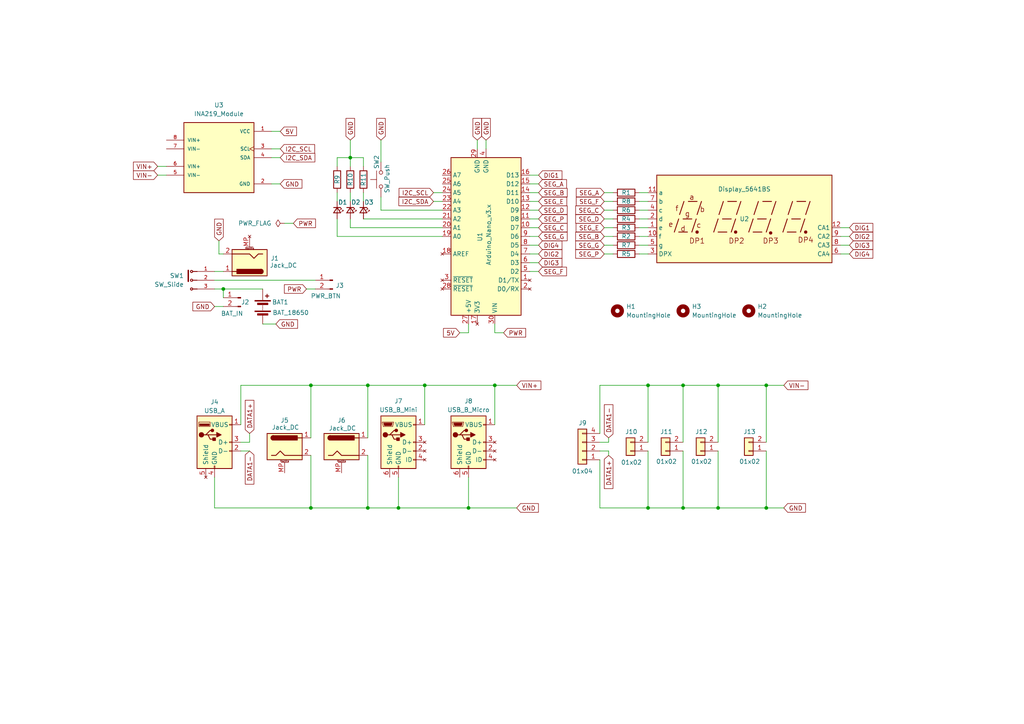
<source format=kicad_sch>
(kicad_sch (version 20250114) (generator "eeschema") (generator_version "9.0")
  (paper "A4")
  (lib_symbols
    (symbol "Barrel_Jack_MountingPin_1" (pin_names (hide yes))
      (property "Reference" "J1" (at -6.35 -1.6257 0))
      (property "Value" "Jack_DC" (at -6.35 0.9143 0))
      (symbol "Barrel_Jack_MountingPin_1_0_1"
        (rectangle (start -5.08 3.81) (end 5.08 -3.81) (stroke (width 0.254)) (fill (type background)))
        (polyline (pts (xy -3.81 -2.54) (xy -2.54 -2.54) (xy -1.27 -1.27) (xy 0 -2.54) (xy 2.54 -2.54) (xy 5.08 -2.54)) (stroke (width 0.254)))
        (arc (start -3.302 1.905) (mid -3.9343 2.54) (end -3.302 3.175) (stroke (width 0.254)))
        (arc (start -3.302 1.905) (mid -3.9343 2.54) (end -3.302 3.175) (stroke (width 0.254)) (fill (type outline)))
        (rectangle (start 3.683 3.175) (end -3.302 1.905) (stroke (width 0.254)) (fill (type outline)))
        (polyline (pts (xy 5.08 2.54) (xy 3.81 2.54)) (stroke (width 0.254)))
      )
      (symbol "Barrel_Jack_MountingPin_1_1_1"
        (polyline (pts (xy -1.016 -4.572) (xy 1.016 -4.572)) (stroke (width 0.1524)))
        (text "Mounting" (at 0 -4.191 0) (effects (font (size 0.381 0.381))))
        (pin no_connect line (at 0 -7.62 90) (length 3.048) (name "MountPin") (number "MP"))
        (pin passive line (at 7.62 2.54 180) (length 2.54) (name "~") (number "1"))
        (pin passive line (at 7.62 -2.54 180) (length 2.54) (name "~") (number "2"))
      )
    )
    (symbol "Barrel_Jack_MountingPin_2" (pin_names (hide yes))
      (property "Reference" "J4" (at 0 8.89 0))
      (property "Value" "Jack_DC" (at 0.254 6.096 0))
      (symbol "Barrel_Jack_MountingPin_2_0_1"
        (rectangle (start -5.08 3.81) (end 5.08 -3.81) (stroke (width 0.254)) (fill (type background)))
        (polyline (pts (xy -3.81 -2.54) (xy -2.54 -2.54) (xy -1.27 -1.27) (xy 0 -2.54) (xy 2.54 -2.54) (xy 5.08 -2.54)) (stroke (width 0.254)))
        (arc (start -3.302 1.905) (mid -3.9343 2.54) (end -3.302 3.175) (stroke (width 0.254)))
        (arc (start -3.302 1.905) (mid -3.9343 2.54) (end -3.302 3.175) (stroke (width 0.254)) (fill (type outline)))
        (rectangle (start 3.683 3.175) (end -3.302 1.905) (stroke (width 0.254)) (fill (type outline)))
        (polyline (pts (xy 5.08 2.54) (xy 3.81 2.54)) (stroke (width 0.254)))
      )
      (symbol "Barrel_Jack_MountingPin_2_1_1"
        (polyline (pts (xy -1.016 -4.572) (xy 1.016 -4.572)) (stroke (width 0.1524)))
        (text "Mounting" (at 0 -4.191 0) (effects (font (size 0.381 0.381))))
        (pin free line (at 0 -7.62 90) (length 3.048) (name "MountPin") (number "MP"))
        (pin power_out line (at 7.62 2.54 180) (length 2.54) (name "~") (number "1"))
        (pin passive line (at 7.62 -2.54 180) (length 2.54) (name "~") (number "2"))
      )
    )
    (symbol "Connector:Barrel_Jack_MountingPin" (pin_names (hide yes))
      (property "Reference" "J5" (at 0 8.89 0))
      (property "Value" "Jack_DC" (at 0.254 5.842 0))
      (symbol "Barrel_Jack_MountingPin_0_1"
        (rectangle (start -5.08 3.81) (end 5.08 -3.81) (stroke (width 0.254)) (fill (type background)))
        (polyline (pts (xy -3.81 -2.54) (xy -2.54 -2.54) (xy -1.27 -1.27) (xy 0 -2.54) (xy 2.54 -2.54) (xy 5.08 -2.54)) (stroke (width 0.254)))
        (arc (start -3.302 1.905) (mid -3.9343 2.54) (end -3.302 3.175) (stroke (width 0.254)))
        (arc (start -3.302 1.905) (mid -3.9343 2.54) (end -3.302 3.175) (stroke (width 0.254)) (fill (type outline)))
        (rectangle (start 3.683 3.175) (end -3.302 1.905) (stroke (width 0.254)) (fill (type outline)))
        (polyline (pts (xy 5.08 2.54) (xy 3.81 2.54)) (stroke (width 0.254)))
      )
      (symbol "Barrel_Jack_MountingPin_1_1"
        (polyline (pts (xy -1.016 -4.572) (xy 1.016 -4.572)) (stroke (width 0.1524)))
        (text "Mounting" (at 0 -4.191 0) (effects (font (size 0.381 0.381))))
        (pin free line (at 0 -7.62 90) (length 3.048) (name "MountPin") (number "MP"))
        (pin power_out line (at 7.62 2.54 180) (length 2.54) (name "~") (number "1"))
        (pin passive line (at 7.62 -2.54 180) (length 2.54) (name "~") (number "2"))
      )
    )
    (symbol "Connector:Conn_01x02_Pin" (pin_names (offset 1.016) (hide yes))
      (property "Reference" "J" (at 0 2.54 0))
      (property "Value" "Conn_01x02_Pin" (at 0 -5.08 0))
      (symbol "Conn_01x02_Pin_1_1"
        (rectangle (start 0.8636 0.127) (end 0 -0.127) (stroke (width 0.1524)) (fill (type outline)))
        (rectangle (start 0.8636 -2.413) (end 0 -2.667) (stroke (width 0.1524)) (fill (type outline)))
        (polyline (pts (xy 1.27 0) (xy 0.8636 0)) (stroke (width 0.1524)))
        (polyline (pts (xy 1.27 -2.54) (xy 0.8636 -2.54)) (stroke (width 0.1524)))
        (pin passive line (at 5.08 0 180) (length 3.81) (name "Pin_1") (number "1"))
        (pin passive line (at 5.08 -2.54 180) (length 3.81) (name "Pin_2") (number "2"))
      )
    )
    (symbol "Connector:USB_A" (pin_names (offset 1.016))
      (property "Reference" "J3" (at 0 12.7 0))
      (property "Value" "USB_A" (at 0 10.16 0))
      (symbol "USB_A_0_1"
        (rectangle (start -5.08 7.62) (end 5.08 -7.62) (stroke (width 0.254)) (fill (type background)))
        (circle (center -3.81 2.159) (radius 0.635) (stroke (width 0.254)) (fill (type outline)))
        (polyline (pts (xy -3.175 2.159) (xy -2.54 2.159) (xy -1.27 3.429) (xy -0.635 3.429)) (stroke (width 0.254)))
        (polyline (pts (xy -2.54 2.159) (xy -1.905 2.159) (xy -1.27 0.889) (xy 0 0.889)) (stroke (width 0.254)))
        (rectangle (start -1.524 4.826) (end -4.318 5.334) (fill (type outline)))
        (rectangle (start -1.27 4.572) (end -4.572 5.842))
        (circle (center -0.635 3.429) (radius 0.381) (stroke (width 0.254)) (fill (type outline)))
        (rectangle (start -0.127 -7.62) (end 0.127 -6.858))
        (rectangle (start 0.254 1.27) (end -0.508 0.508) (stroke (width 0.254)) (fill (type outline)))
        (polyline (pts (xy 0.635 2.794) (xy 0.635 1.524) (xy 1.905 2.159) (xy 0.635 2.794)) (stroke (width 0.254)) (fill (type outline)))
        (rectangle (start 5.08 4.953) (end 4.318 5.207))
        (rectangle (start 5.08 -0.127) (end 4.318 0.127))
        (rectangle (start 5.08 -2.667) (end 4.318 -2.413))
      )
      (symbol "USB_A_1_1"
        (polyline (pts (xy -1.905 2.159) (xy 0.635 2.159)) (stroke (width 0.254)))
        (pin no_connect line (at -2.54 -10.16 90) (length 2.54) (name "Shield") (number "5"))
        (pin passive line (at 0 -10.16 90) (length 2.54) (name "GND") (number "4"))
        (pin power_out line (at 7.62 5.08 180) (length 2.54) (name "VBUS") (number "1"))
        (pin bidirectional line (at 7.62 0 180) (length 2.54) (name "D+") (number "3"))
        (pin bidirectional line (at 7.62 -2.54 180) (length 2.54) (name "D-") (number "2"))
      )
    )
    (symbol "Connector:USB_B_Micro" (pin_names (offset 1.016))
      (property "Reference" "J7" (at 0 12.7 0))
      (property "Value" "USB_B_Micro" (at 0 10.16 0))
      (symbol "USB_B_Micro_0_1"
        (rectangle (start -5.08 7.62) (end 5.08 -7.62) (stroke (width 0.254)) (fill (type background)))
        (polyline (pts (xy -4.699 5.842) (xy -4.699 5.588) (xy -4.445 4.826) (xy -4.445 4.572) (xy -1.651 4.572) (xy -1.651 4.826) (xy -1.397 5.588) (xy -1.397 5.842) (xy -4.699 5.842)))
        (polyline (pts (xy -4.318 5.588) (xy -1.778 5.588) (xy -2.032 4.826) (xy -4.064 4.826) (xy -4.318 5.588)) (fill (type outline)))
        (circle (center -3.81 2.159) (radius 0.635) (stroke (width 0.254)) (fill (type outline)))
        (polyline (pts (xy -3.175 2.159) (xy -2.54 2.159) (xy -1.27 3.429) (xy -0.635 3.429)) (stroke (width 0.254)))
        (polyline (pts (xy -2.54 2.159) (xy -1.905 2.159) (xy -1.27 0.889) (xy 0 0.889)) (stroke (width 0.254)))
        (polyline (pts (xy -1.905 2.159) (xy 0.635 2.159)) (stroke (width 0.254)))
        (circle (center -0.635 3.429) (radius 0.381) (stroke (width 0.254)) (fill (type outline)))
        (rectangle (start -0.127 -7.62) (end 0.127 -6.858))
        (rectangle (start 0.254 1.27) (end -0.508 0.508) (stroke (width 0.254)) (fill (type outline)))
        (polyline (pts (xy 0.635 2.794) (xy 0.635 1.524) (xy 1.905 2.159) (xy 0.635 2.794)) (stroke (width 0.254)) (fill (type outline)))
        (rectangle (start 5.08 4.953) (end 4.318 5.207))
        (rectangle (start 5.08 -0.127) (end 4.318 0.127))
        (rectangle (start 5.08 -2.667) (end 4.318 -2.413))
        (rectangle (start 5.08 -5.207) (end 4.318 -4.953))
      )
      (symbol "USB_B_Micro_1_1"
        (pin free line (at -2.54 -10.16 90) (length 2.54) (name "Shield") (number "6"))
        (pin passive line (at 0 -10.16 90) (length 2.54) (name "GND") (number "5"))
        (pin power_out line (at 7.62 5.08 180) (length 2.54) (name "VBUS") (number "1"))
        (pin no_connect line (at 7.62 0 180) (length 2.54) (name "D+") (number "3"))
        (pin no_connect line (at 7.62 -2.54 180) (length 2.54) (name "D-") (number "2"))
        (pin no_connect line (at 7.62 -5.08 180) (length 2.54) (name "ID") (number "4"))
      )
    )
    (symbol "Connector:USB_B_Mini" (pin_names (offset 1.016))
      (property "Reference" "J6" (at 0 12.7 0))
      (property "Value" "USB_B_Mini" (at 0 10.16 0))
      (symbol "USB_B_Mini_0_1"
        (rectangle (start -5.08 7.62) (end 5.08 -7.62) (stroke (width 0.254)) (fill (type background)))
        (polyline (pts (xy -4.699 5.842) (xy -4.699 5.588) (xy -4.445 4.826) (xy -4.445 4.572) (xy -1.651 4.572) (xy -1.651 4.826) (xy -1.397 5.588) (xy -1.397 5.842) (xy -4.699 5.842)))
        (polyline (pts (xy -4.318 5.588) (xy -1.778 5.588) (xy -2.032 4.826) (xy -4.064 4.826) (xy -4.318 5.588)) (fill (type outline)))
        (circle (center -3.81 2.159) (radius 0.635) (stroke (width 0.254)) (fill (type outline)))
        (polyline (pts (xy -3.175 2.159) (xy -2.54 2.159) (xy -1.27 3.429) (xy -0.635 3.429)) (stroke (width 0.254)))
        (polyline (pts (xy -2.54 2.159) (xy -1.905 2.159) (xy -1.27 0.889) (xy 0 0.889)) (stroke (width 0.254)))
        (polyline (pts (xy -1.905 2.159) (xy 0.635 2.159)) (stroke (width 0.254)))
        (circle (center -0.635 3.429) (radius 0.381) (stroke (width 0.254)) (fill (type outline)))
        (rectangle (start -0.127 -7.62) (end 0.127 -6.858))
        (rectangle (start 0.254 1.27) (end -0.508 0.508) (stroke (width 0.254)) (fill (type outline)))
        (polyline (pts (xy 0.635 2.794) (xy 0.635 1.524) (xy 1.905 2.159) (xy 0.635 2.794)) (stroke (width 0.254)) (fill (type outline)))
        (rectangle (start 5.08 4.953) (end 4.318 5.207))
        (rectangle (start 5.08 -0.127) (end 4.318 0.127))
        (rectangle (start 5.08 -2.667) (end 4.318 -2.413))
        (rectangle (start 5.08 -5.207) (end 4.318 -4.953))
      )
      (symbol "USB_B_Mini_1_1"
        (pin free line (at -2.54 -10.16 90) (length 2.54) (name "Shield") (number "6"))
        (pin passive line (at 0 -10.16 90) (length 2.54) (name "GND") (number "5"))
        (pin power_out line (at 7.62 5.08 180) (length 2.54) (name "VBUS") (number "1"))
        (pin no_connect line (at 7.62 0 180) (length 2.54) (name "D+") (number "3"))
        (pin no_connect line (at 7.62 -2.54 180) (length 2.54) (name "D-") (number "2"))
        (pin no_connect line (at 7.62 -5.08 180) (length 2.54) (name "ID") (number "4"))
      )
    )
    (symbol "Connector_Generic:Conn_01x02" (pin_names (offset 1.016) (hide yes))
      (property "Reference" "J" (at 0 2.54 0))
      (property "Value" "Conn_01x02" (at 0 -5.08 0))
      (symbol "Conn_01x02_1_1"
        (rectangle (start -1.27 1.27) (end 1.27 -3.81) (stroke (width 0.254)) (fill (type background)))
        (rectangle (start -1.27 0.127) (end 0 -0.127) (stroke (width 0.1524)))
        (rectangle (start -1.27 -2.413) (end 0 -2.667) (stroke (width 0.1524)))
        (pin passive line (at -5.08 0 0) (length 3.81) (name "Pin_1") (number "1"))
        (pin passive line (at -5.08 -2.54 0) (length 3.81) (name "Pin_2") (number "2"))
      )
    )
    (symbol "Connector_Generic:Conn_01x04" (pin_names (offset 1.016) (hide yes))
      (property "Reference" "J" (at 0 5.08 0))
      (property "Value" "Conn_01x04" (at 0 -7.62 0))
      (symbol "Conn_01x04_1_1"
        (rectangle (start -1.27 3.81) (end 1.27 -6.35) (stroke (width 0.254)) (fill (type background)))
        (rectangle (start -1.27 2.667) (end 0 2.413) (stroke (width 0.1524)))
        (rectangle (start -1.27 0.127) (end 0 -0.127) (stroke (width 0.1524)))
        (rectangle (start -1.27 -2.413) (end 0 -2.667) (stroke (width 0.1524)))
        (rectangle (start -1.27 -4.953) (end 0 -5.207) (stroke (width 0.1524)))
        (pin passive line (at -5.08 2.54 0) (length 3.81) (name "Pin_1") (number "1"))
        (pin passive line (at -5.08 0 0) (length 3.81) (name "Pin_2") (number "2"))
        (pin passive line (at -5.08 -2.54 0) (length 3.81) (name "Pin_3") (number "3"))
        (pin passive line (at -5.08 -5.08 0) (length 3.81) (name "Pin_4") (number "4"))
      )
    )
    (symbol "Custom:INA219_Module_Adafruit" (pin_names (offset 1.016))
      (property "Reference" "U3" (at 0 15.24 0))
      (property "Value" "INA219_Module" (at 0 12.7 0))
      (symbol "INA219_Module_Adafruit_0_0"
        (rectangle (start -10.16 10.16) (end 10.16 -10.16) (stroke (width 0.254)) (fill (type background)))
        (pin input line (at -15.24 -2.54 0) (length 5.08) (name "VIN+") (number "6"))
        (pin input line (at -15.24 -5.08 0) (length 5.08) (name "VIN-") (number "5"))
        (pin power_in line (at 15.24 7.62 180) (length 5.08) (name "VCC") (number "1"))
        (pin input clock (at 15.24 2.54 180) (length 5.08) (name "SCL") (number "3"))
        (pin bidirectional line (at 15.24 0 180) (length 5.08) (name "SDA") (number "4"))
        (pin power_in line (at 15.24 -7.62 180) (length 5.08) (name "GND") (number "2"))
      )
      (symbol "INA219_Module_Adafruit_1_0"
        (pin free line (at -15.24 5.08 0) (length 5.08) (name "VIN+") (number "8"))
        (pin free line (at -15.24 2.54 0) (length 5.08) (name "VIN-") (number "7"))
      )
    )
    (symbol "Custom:Switch_Slide_SPDT_Straight_TE_1825159_1" (pin_names (offset 1.016))
      (property "Reference" "SW" (at 1.524 -0.508 0))
      (property "Value" "SW_Slide" (at -8.382 -5.588 0))
      (symbol "Switch_Slide_SPDT_Straight_TE_1825159_1_0_0"
        (polyline (pts (xy -2.54 2.54) (xy -1.27 2.54)) (stroke (width 0.254)))
        (polyline (pts (xy -2.54 0) (xy -1.27 0)) (stroke (width 0.254)))
        (polyline (pts (xy -2.54 -2.54) (xy -1.27 -2.54)) (stroke (width 0.254)))
        (circle (center -0.9525 2.54) (radius 0.3175) (stroke (width 0.254)))
        (circle (center -0.9525 0) (radius 0.3175) (stroke (width 0.254)))
        (circle (center -0.9525 -2.54) (radius 0.3175) (stroke (width 0.254)))
        (polyline (pts (xy 0 2.8575) (xy 0 -0.3175)) (stroke (width 0.4064)))
        (pin passive line (at -7.62 2.54 0) (length 5.08) (name "~") (number "1"))
        (pin passive line (at -7.62 0 0) (length 5.08) (name "~") (number "2"))
        (pin passive line (at -7.62 -2.54 0) (length 5.08) (name "~") (number "3"))
      )
    )
    (symbol "Device:Battery" (pin_numbers (hide yes)) (pin_names (offset 0) (hide yes))
      (property "Reference" "BT" (at 2.54 2.54 0))
      (property "Value" "Battery" (at 2.54 0 0))
      (symbol "Battery_0_1"
        (rectangle (start -2.286 1.778) (end 2.286 1.524) (fill (type outline)))
        (rectangle (start -2.286 -1.27) (end 2.286 -1.524) (fill (type outline)))
        (rectangle (start -1.524 1.016) (end 1.524 0.508) (fill (type outline)))
        (rectangle (start -1.524 -2.032) (end 1.524 -2.54) (fill (type outline)))
        (polyline (pts (xy 0 1.778) (xy 0 2.54)))
        (polyline (pts (xy 0 0) (xy 0 0.254)))
        (polyline (pts (xy 0 -0.508) (xy 0 -0.254)))
        (polyline (pts (xy 0 -1.016) (xy 0 -0.762)))
        (polyline (pts (xy 0.762 3.048) (xy 1.778 3.048)) (stroke (width 0.254)))
        (polyline (pts (xy 1.27 3.556) (xy 1.27 2.54)) (stroke (width 0.254)))
      )
      (symbol "Battery_1_1"
        (pin passive line (at 0 5.08 270) (length 2.54) (name "+") (number "1"))
        (pin passive line (at 0 -5.08 90) (length 2.54) (name "-") (number "2"))
      )
    )
    (symbol "Device:R" (pin_numbers (hide yes)) (pin_names (offset 0))
      (property "Reference" "R" (at 2.032 0 90))
      (property "Value" "R" (at 0 0 90))
      (symbol "R_0_1"
        (rectangle (start -1.016 -2.54) (end 1.016 2.54) (stroke (width 0.254)))
      )
      (symbol "R_1_1"
        (pin passive line (at 0 3.81 270) (length 1.27) (name "~") (number "1"))
        (pin passive line (at 0 -3.81 90) (length 1.27) (name "~") (number "2"))
      )
    )
    (symbol "Display_Character:CA56-12CGKWA"
      (property "Reference" "U" (at -24.13 13.97 0))
      (property "Value" "CA56-12CGKWA" (at 17.78 13.97 0))
      (symbol "CA56-12CGKWA_0_0"
        (rectangle (start -25.4 12.7) (end 25.4 -12.7) (stroke (width 0.254)) (fill (type background)))
        (polyline (pts (xy -20.32 -3.81) (xy -19.05 0)) (stroke (width 0.254)))
        (polyline (pts (xy -19.05 -3.81) (xy -16.51 -3.81)) (stroke (width 0.254)))
        (polyline (pts (xy -18.796 1.27) (xy -17.526 5.08)) (stroke (width 0.254)))
        (polyline (pts (xy -17.78 0) (xy -15.24 0)) (stroke (width 0.254)))
        (polyline (pts (xy -16.256 5.08) (xy -13.716 5.08)) (stroke (width 0.254)))
        (polyline (pts (xy -15.24 -3.81) (xy -13.97 0)) (stroke (width 0.254)))
        (polyline (pts (xy -13.716 1.27) (xy -12.446 5.08)) (stroke (width 0.254)))
        (polyline (pts (xy -8.89 -3.81) (xy -7.62 0)) (stroke (width 0.254)))
        (polyline (pts (xy -7.62 -3.81) (xy -5.08 -3.81)) (stroke (width 0.254)))
        (polyline (pts (xy -7.366 1.27) (xy -6.096 5.08)) (stroke (width 0.254)))
        (polyline (pts (xy -6.35 0) (xy -3.81 0)) (stroke (width 0.254)))
        (polyline (pts (xy -4.826 5.08) (xy -2.286 5.08)) (stroke (width 0.254)))
        (polyline (pts (xy -3.81 -3.81) (xy -2.54 0)) (stroke (width 0.254)))
        (polyline (pts (xy -2.286 1.27) (xy -1.016 5.08)) (stroke (width 0.254)))
        (polyline (pts (xy 1.27 -3.81) (xy 2.54 0)) (stroke (width 0.254)))
        (polyline (pts (xy 2.54 -3.81) (xy 5.08 -3.81)) (stroke (width 0.254)))
        (polyline (pts (xy 2.794 1.27) (xy 4.064 5.08)) (stroke (width 0.254)))
        (polyline (pts (xy 3.81 0) (xy 6.35 0)) (stroke (width 0.254)))
        (polyline (pts (xy 5.334 5.08) (xy 7.874 5.08)) (stroke (width 0.254)))
        (polyline (pts (xy 6.35 -3.81) (xy 7.62 0)) (stroke (width 0.254)))
        (polyline (pts (xy 7.874 1.27) (xy 9.144 5.08)) (stroke (width 0.254)))
        (polyline (pts (xy 11.176 -3.81) (xy 12.446 0)) (stroke (width 0.254)))
        (polyline (pts (xy 12.446 -3.81) (xy 14.986 -3.81)) (stroke (width 0.254)))
        (polyline (pts (xy 12.7 1.27) (xy 13.97 5.08)) (stroke (width 0.254)))
        (polyline (pts (xy 13.716 0) (xy 16.256 0)) (stroke (width 0.254)))
        (polyline (pts (xy 15.24 5.08) (xy 17.78 5.08)) (stroke (width 0.254)))
        (polyline (pts (xy 16.256 -3.81) (xy 17.526 0)) (stroke (width 0.254)))
        (polyline (pts (xy 17.78 1.27) (xy 19.05 5.08)) (stroke (width 0.254)))
        (text "e" (at -21.336 -1.524 0) (effects (font (size 1.524 1.524))))
        (text "f" (at -19.558 3.048 0) (effects (font (size 1.524 1.524))))
        (text "d" (at -17.78 -2.794 0) (effects (font (size 1.524 1.524))))
        (text "g" (at -16.51 1.524 0) (effects (font (size 1.524 1.524))))
        (text "a" (at -15.24 6.35 0) (effects (font (size 1.524 1.524))))
        (text "DP1" (at -13.716 -6.35 0) (effects (font (size 1.524 1.524))))
        (text "c" (at -13.208 -1.778 0) (effects (font (size 1.524 1.524))))
        (text "b" (at -12.192 2.794 0) (effects (font (size 1.524 1.524))))
        (text "DP2" (at -2.286 -6.35 0) (effects (font (size 1.524 1.524))))
        (text "DP3" (at 7.62 -6.35 0) (effects (font (size 1.524 1.524))))
        (text "DP4" (at 17.78 -6.096 0) (effects (font (size 1.524 1.524))))
      )
      (symbol "CA56-12CGKWA_0_1"
        (circle (center -13.716 -3.81) (radius 0.3556) (stroke (width 0.254)) (fill (type outline)))
        (circle (center -2.54 -3.81) (radius 0.3556) (stroke (width 0.254)) (fill (type outline)))
      )
      (symbol "CA56-12CGKWA_1_0"
        (circle (center 7.62 -4.064) (radius 0.3556) (stroke (width 0.254)) (fill (type outline)))
        (circle (center 17.78 -3.81) (radius 0.3556) (stroke (width 0.254)) (fill (type outline)))
      )
      (symbol "CA56-12CGKWA_1_1"
        (pin input line (at -27.94 7.62 0) (length 2.54) (name "a") (number "11"))
        (pin input line (at -27.94 5.08 0) (length 2.54) (name "b") (number "7"))
        (pin input line (at -27.94 2.54 0) (length 2.54) (name "c") (number "4"))
        (pin input line (at -27.94 0 0) (length 2.54) (name "d") (number "2"))
        (pin input line (at -27.94 -2.54 0) (length 2.54) (name "e") (number "1"))
        (pin input line (at -27.94 -5.08 0) (length 2.54) (name "f") (number "10"))
        (pin input line (at -27.94 -7.62 0) (length 2.54) (name "g") (number "5"))
        (pin input line (at -27.94 -10.16 0) (length 2.54) (name "DPX") (number "3"))
        (pin input line (at 27.94 -2.54 180) (length 2.54) (name "CA1") (number "12"))
        (pin input line (at 27.94 -5.08 180) (length 2.54) (name "CA2") (number "9"))
        (pin input line (at 27.94 -7.62 180) (length 2.54) (name "CA3") (number "8"))
        (pin input line (at 27.94 -10.16 180) (length 2.54) (name "CA4") (number "6"))
      )
    )
    (symbol "MCU_Module:Arduino_Nano_v3.x"
      (property "Reference" "A1" (at -2.286 -2.032 90))
      (property "Value" "Arduino_Nano_v3.x" (at 0.508 -10.16 90))
      (symbol "Arduino_Nano_v3.x_0_1"
        (rectangle (start -10.16 22.86) (end 10.16 -22.86) (stroke (width 0.254)) (fill (type background)))
      )
      (symbol "Arduino_Nano_v3.x_1_1"
        (pin no_connect line (at -12.7 15.24 0) (length 2.54) (name "D0/RX") (number "2"))
        (pin no_connect line (at -12.7 12.7 0) (length 2.54) (name "D1/TX") (number "1"))
        (pin bidirectional line (at -12.7 10.16 0) (length 2.54) (name "D2") (number "5"))
        (pin bidirectional line (at -12.7 7.62 0) (length 2.54) (name "D3") (number "6"))
        (pin bidirectional line (at -12.7 5.08 0) (length 2.54) (name "D4") (number "7"))
        (pin bidirectional line (at -12.7 2.54 0) (length 2.54) (name "D5") (number "8"))
        (pin bidirectional line (at -12.7 0 0) (length 2.54) (name "D6") (number "9"))
        (pin bidirectional line (at -12.7 -2.54 0) (length 2.54) (name "D7") (number "10"))
        (pin bidirectional line (at -12.7 -5.08 0) (length 2.54) (name "D8") (number "11"))
        (pin bidirectional line (at -12.7 -7.62 0) (length 2.54) (name "D9") (number "12"))
        (pin bidirectional line (at -12.7 -10.16 0) (length 2.54) (name "D10") (number "13"))
        (pin bidirectional line (at -12.7 -12.7 0) (length 2.54) (name "D11") (number "14"))
        (pin bidirectional line (at -12.7 -15.24 0) (length 2.54) (name "D12") (number "15"))
        (pin bidirectional line (at -12.7 -17.78 0) (length 2.54) (name "D13") (number "16"))
        (pin power_in line (at -2.54 25.4 270) (length 2.54) (name "VIN") (number "30"))
        (pin power_out line (at 0 -25.4 90) (length 2.54) (name "GND") (number "4"))
        (pin no_connect line (at 2.54 25.4 270) (length 2.54) (name "3V3") (number "17"))
        (pin power_out line (at 2.54 -25.4 90) (length 2.54) (name "GND") (number "29"))
        (pin power_out line (at 5.08 25.4 270) (length 2.54) (name "+5V") (number "27"))
        (pin no_connect line (at 12.7 15.24 180) (length 2.54) (name "~{RESET}") (number "28"))
        (pin no_connect line (at 12.7 12.7 180) (length 2.54) (name "~{RESET}") (number "3"))
        (pin no_connect line (at 12.7 5.08 180) (length 2.54) (name "AREF") (number "18"))
        (pin bidirectional line (at 12.7 0 180) (length 2.54) (name "A0") (number "19"))
        (pin bidirectional line (at 12.7 -2.54 180) (length 2.54) (name "A1") (number "20"))
        (pin bidirectional line (at 12.7 -5.08 180) (length 2.54) (name "A2") (number "21"))
        (pin bidirectional line (at 12.7 -7.62 180) (length 2.54) (name "A3") (number "22"))
        (pin bidirectional line (at 12.7 -10.16 180) (length 2.54) (name "A4") (number "23"))
        (pin bidirectional line (at 12.7 -12.7 180) (length 2.54) (name "A5") (number "24"))
        (pin free line (at 12.7 -15.24 180) (length 2.54) (name "A6") (number "25"))
        (pin free line (at 12.7 -17.78 180) (length 2.54) (name "A7") (number "26"))
      )
    )
    (symbol "Mechanical:MountingHole" (pin_names (offset 1.016)) (in_bom no)
      (property "Reference" "H" (at 0 5.08 0))
      (property "Value" "MountingHole" (at 0 3.175 0))
      (symbol "MountingHole_0_1"
        (circle (center 0 0) (radius 1.27) (stroke (width 1.27)))
      )
    )
    (symbol "PCM_SparkFun-LED:LED" (pin_numbers (hide yes)) (pin_names (offset 1.016) (hide yes))
      (property "Reference" "D" (at 0 2.54 0))
      (property "Value" "LED" (at 0 -2.54 0))
      (symbol "LED_0_1"
        (polyline (pts (xy -0.762 -1.016) (xy -0.762 1.016)) (stroke (width 0.254)))
        (polyline (pts (xy 0 0.762) (xy -0.508 1.27) (xy -0.254 1.27) (xy -0.508 1.27) (xy -0.508 1.016)))
        (polyline (pts (xy 0.508 1.27) (xy 0 1.778) (xy 0.254 1.778) (xy 0 1.778) (xy 0 1.524)))
        (polyline (pts (xy 0.762 -1.016) (xy -0.762 0) (xy 0.762 1.016) (xy 0.762 -1.016)) (stroke (width 0.254)))
        (polyline (pts (xy 1.016 0) (xy -0.762 0)))
      )
      (symbol "LED_1_1"
        (pin passive line (at -2.54 0 0) (length 1.778) (name "K") (number "1"))
        (pin passive line (at 2.54 0 180) (length 1.778) (name "A") (number "2"))
      )
    )
    (symbol "Switch:SW_Push" (pin_numbers (hide yes)) (pin_names (offset 1.016) (hide yes))
      (property "Reference" "SW" (at 1.27 2.54 0))
      (property "Value" "SW_Push" (at 0 -1.524 0))
      (symbol "SW_Push_0_1"
        (circle (center -2.032 0) (radius 0.508))
        (polyline (pts (xy 0 1.27) (xy 0 3.048)))
        (circle (center 2.032 0) (radius 0.508))
        (polyline (pts (xy 2.54 1.27) (xy -2.54 1.27)))
        (pin passive line (at -5.08 0 0) (length 2.54) (name "1") (number "1"))
        (pin passive line (at 5.08 0 180) (length 2.54) (name "2") (number "2"))
      )
    )
    (symbol "power:PWR_FLAG" (power) (pin_numbers (hide yes)) (pin_names (offset 0) (hide yes))
      (property "Value" "PWR_FLAG" (at 0 3.81 0))
      (symbol "PWR_FLAG_0_0"
        (pin power_out line (at 0 0 90) (length 0) (name "~") (number "1"))
      )
      (symbol "PWR_FLAG_0_1"
        (polyline (pts (xy 0 0) (xy 0 1.27) (xy -1.016 1.905) (xy 0 2.54) (xy 1.016 1.905) (xy 0 1.27)))
      )
    )
  )
  (junction (at 90.17 147.32))
  (junction (at 198.12 111.76))
  (junction (at 90.17 111.76))
  (junction (at 143.51 111.76))
  (junction (at 64.77 83.82))
  (junction (at 208.28 111.76))
  (junction (at 115.57 147.32))
  (junction (at 123.19 111.76))
  (junction (at 187.96 111.76))
  (junction (at 135.89 147.32))
  (junction (at 106.68 111.76))
  (junction (at 222.25 147.32))
  (junction (at 198.12 147.32))
  (junction (at 208.28 147.32))
  (junction (at 187.96 147.32))
  (junction (at 106.68 147.32))
  (junction (at 101.6 45.72))
  (junction (at 222.25 111.76))
  (wire (pts (xy 146.05 96.52) (xy 143.51 96.52)))
  (wire (pts (xy 138.43 40.64) (xy 138.43 43.18)))
  (wire (pts (xy 106.68 147.32) (xy 115.57 147.32)))
  (wire (pts (xy 90.17 111.76) (xy 90.17 127)))
  (wire (pts (xy 101.6 58.42) (xy 101.6 55.88)))
  (wire (pts (xy 78.74 45.72) (xy 81.28 45.72)))
  (wire (pts (xy 173.99 147.32) (xy 187.96 147.32)))
  (wire (pts (xy 187.96 111.76) (xy 198.12 111.76)))
  (wire (pts (xy 176.53 132.08) (xy 176.53 130.81)))
  (wire (pts (xy 133.35 96.52) (xy 135.89 96.52)))
  (wire (pts (xy 208.28 147.32) (xy 222.25 147.32)))
  (wire (pts (xy 187.96 147.32) (xy 198.12 147.32)))
  (wire (pts (xy 187.96 58.42) (xy 185.42 58.42)))
  (wire (pts (xy 198.12 111.76) (xy 208.28 111.76)))
  (wire (pts (xy 176.53 127) (xy 176.53 128.27)))
  (wire (pts (xy 175.26 63.5) (xy 177.8 63.5)))
  (wire (pts (xy 187.96 68.58) (xy 185.42 68.58)))
  (wire (pts (xy 135.89 96.52) (xy 135.89 93.98)))
  (wire (pts (xy 153.67 55.88) (xy 156.21 55.88)))
  (wire (pts (xy 69.85 111.76) (xy 69.85 123.19)))
  (wire (pts (xy 187.96 66.04) (xy 185.42 66.04)))
  (wire (pts (xy 173.99 133.35) (xy 173.99 147.32)))
  (wire (pts (xy 175.26 73.66) (xy 177.8 73.66)))
  (wire (pts (xy 187.96 63.5) (xy 185.42 63.5)))
  (wire (pts (xy 88.9 83.82) (xy 91.44 83.82)))
  (wire (pts (xy 153.67 60.96) (xy 156.21 60.96)))
  (wire (pts (xy 153.67 68.58) (xy 156.21 68.58)))
  (wire (pts (xy 176.53 130.81) (xy 173.99 130.81)))
  (wire (pts (xy 175.26 60.96) (xy 177.8 60.96)))
  (wire (pts (xy 63.5 69.85) (xy 63.5 73.66)))
  (wire (pts (xy 243.84 71.12) (xy 246.38 71.12)))
  (wire (pts (xy 97.79 68.58) (xy 97.79 63.5)))
  (wire (pts (xy 222.25 130.81) (xy 222.25 147.32)))
  (wire (pts (xy 63.5 73.66) (xy 64.77 73.66)))
  (wire (pts (xy 222.25 111.76) (xy 227.33 111.76)))
  (wire (pts (xy 62.23 147.32) (xy 90.17 147.32)))
  (wire (pts (xy 175.26 58.42) (xy 177.8 58.42)))
  (wire (pts (xy 97.79 68.58) (xy 128.27 68.58)))
  (wire (pts (xy 222.25 111.76) (xy 222.25 128.27)))
  (wire (pts (xy 62.23 83.82) (xy 64.77 83.82)))
  (wire (pts (xy 143.51 111.76) (xy 143.51 123.19)))
  (wire (pts (xy 90.17 147.32) (xy 106.68 147.32)))
  (wire (pts (xy 115.57 147.32) (xy 135.89 147.32)))
  (wire (pts (xy 69.85 111.76) (xy 90.17 111.76)))
  (wire (pts (xy 173.99 111.76) (xy 187.96 111.76)))
  (wire (pts (xy 115.57 138.43) (xy 115.57 147.32)))
  (wire (pts (xy 101.6 66.04) (xy 128.27 66.04)))
  (wire (pts (xy 175.26 55.88) (xy 177.8 55.88)))
  (wire (pts (xy 153.67 63.5) (xy 156.21 63.5)))
  (wire (pts (xy 140.97 40.64) (xy 140.97 43.18)))
  (wire (pts (xy 243.84 68.58) (xy 246.38 68.58)))
  (wire (pts (xy 153.67 76.2) (xy 156.21 76.2)))
  (wire (pts (xy 208.28 130.81) (xy 208.28 147.32)))
  (wire (pts (xy 187.96 71.12) (xy 185.42 71.12)))
  (wire (pts (xy 125.73 55.88) (xy 128.27 55.88)))
  (wire (pts (xy 135.89 138.43) (xy 135.89 147.32)))
  (wire (pts (xy 64.77 83.82) (xy 76.2 83.82)))
  (wire (pts (xy 97.79 45.72) (xy 101.6 45.72)))
  (wire (pts (xy 125.73 58.42) (xy 128.27 58.42)))
  (wire (pts (xy 153.67 58.42) (xy 156.21 58.42)))
  (wire (pts (xy 64.77 83.82) (xy 64.77 86.36)))
  (wire (pts (xy 106.68 111.76) (xy 106.68 127)))
  (wire (pts (xy 135.89 147.32) (xy 149.86 147.32)))
  (wire (pts (xy 153.67 50.8) (xy 156.21 50.8)))
  (wire (pts (xy 64.77 78.74) (xy 62.23 78.74)))
  (wire (pts (xy 187.96 55.88) (xy 185.42 55.88)))
  (wire (pts (xy 187.96 73.66) (xy 185.42 73.66)))
  (wire (pts (xy 208.28 111.76) (xy 208.28 128.27)))
  (wire (pts (xy 62.23 138.43) (xy 62.23 147.32)))
  (wire (pts (xy 81.28 38.1) (xy 78.74 38.1)))
  (wire (pts (xy 76.2 93.98) (xy 80.01 93.98)))
  (wire (pts (xy 198.12 111.76) (xy 198.12 128.27)))
  (wire (pts (xy 222.25 147.32) (xy 227.33 147.32)))
  (wire (pts (xy 175.26 68.58) (xy 177.8 68.58)))
  (wire (pts (xy 198.12 130.81) (xy 198.12 147.32)))
  (wire (pts (xy 106.68 111.76) (xy 123.19 111.76)))
  (wire (pts (xy 153.67 66.04) (xy 156.21 66.04)))
  (wire (pts (xy 97.79 45.72) (xy 97.79 48.26)))
  (wire (pts (xy 187.96 111.76) (xy 187.96 128.27)))
  (wire (pts (xy 90.17 132.08) (xy 90.17 147.32)))
  (wire (pts (xy 101.6 45.72) (xy 105.41 45.72)))
  (wire (pts (xy 143.51 93.98) (xy 143.51 96.52)))
  (wire (pts (xy 101.6 66.04) (xy 101.6 63.5)))
  (wire (pts (xy 110.49 57.15) (xy 110.49 60.96)))
  (wire (pts (xy 175.26 71.12) (xy 177.8 71.12)))
  (wire (pts (xy 105.41 58.42) (xy 105.41 55.88)))
  (wire (pts (xy 175.26 66.04) (xy 177.8 66.04)))
  (wire (pts (xy 143.51 111.76) (xy 149.86 111.76)))
  (wire (pts (xy 123.19 111.76) (xy 123.19 123.19)))
  (wire (pts (xy 62.23 88.9) (xy 64.77 88.9)))
  (wire (pts (xy 110.49 46.99) (xy 110.49 40.64)))
  (wire (pts (xy 45.72 50.8) (xy 48.26 50.8)))
  (wire (pts (xy 97.79 55.88) (xy 97.79 58.42)))
  (wire (pts (xy 106.68 132.08) (xy 106.68 147.32)))
  (wire (pts (xy 110.49 60.96) (xy 128.27 60.96)))
  (wire (pts (xy 45.72 48.26) (xy 48.26 48.26)))
  (wire (pts (xy 90.17 111.76) (xy 106.68 111.76)))
  (wire (pts (xy 72.39 125.73) (xy 72.39 128.27)))
  (wire (pts (xy 105.41 45.72) (xy 105.41 48.26)))
  (wire (pts (xy 243.84 66.04) (xy 246.38 66.04)))
  (wire (pts (xy 153.67 73.66) (xy 156.21 73.66)))
  (wire (pts (xy 187.96 130.81) (xy 187.96 147.32)))
  (wire (pts (xy 208.28 111.76) (xy 222.25 111.76)))
  (wire (pts (xy 81.28 53.34) (xy 78.74 53.34)))
  (wire (pts (xy 187.96 60.96) (xy 185.42 60.96)))
  (wire (pts (xy 101.6 40.64) (xy 101.6 45.72)))
  (wire (pts (xy 153.67 53.34) (xy 156.21 53.34)))
  (wire (pts (xy 123.19 111.76) (xy 143.51 111.76)))
  (wire (pts (xy 82.55 64.77) (xy 85.09 64.77)))
  (wire (pts (xy 173.99 111.76) (xy 173.99 125.73)))
  (wire (pts (xy 78.74 43.18) (xy 81.28 43.18)))
  (wire (pts (xy 153.67 71.12) (xy 156.21 71.12)))
  (wire (pts (xy 198.12 147.32) (xy 208.28 147.32)))
  (wire (pts (xy 243.84 73.66) (xy 246.38 73.66)))
  (wire (pts (xy 105.41 63.5) (xy 128.27 63.5)))
  (wire (pts (xy 101.6 45.72) (xy 101.6 48.26)))
  (wire (pts (xy 72.39 130.81) (xy 69.85 130.81)))
  (wire (pts (xy 176.53 128.27) (xy 173.99 128.27)))
  (wire (pts (xy 72.39 128.27) (xy 69.85 128.27)))
  (wire (pts (xy 153.67 78.74) (xy 156.21 78.74)))
  (wire (pts (xy 62.23 81.28) (xy 91.44 81.28)))
  (global_label "I2C_SDA" (shape input) (at 125.73 58.42 180) (property "Intersheetrefs" "${INTERSHEET_REFS}" (effects (hide yes))))
  (global_label "5V" (shape input) (at 81.28 38.1 0) (property "Intersheetrefs" "${INTERSHEET_REFS}" (effects (hide yes))))
  (global_label "GND" (shape input) (at 149.86 147.32 0) (property "Intersheetrefs" "${INTERSHEET_REFS}" (effects (hide yes))))
  (global_label "DATA1-" (shape input) (at 72.39 130.81 270) (property "Intersheetrefs" "${INTERSHEET_REFS}" (effects (hide yes))))
  (global_label "5V" (shape input) (at 133.35 96.52 180) (property "Intersheetrefs" "${INTERSHEET_REFS}" (effects (hide yes))))
  (global_label "SEG_G" (shape input) (at 175.26 71.12 180) (property "Intersheetrefs" "${INTERSHEET_REFS}" (effects (hide yes))))
  (global_label "DIG3" (shape input) (at 156.21 76.2 0) (property "Intersheetrefs" "${INTERSHEET_REFS}" (effects (hide yes))))
  (global_label "DIG2" (shape input) (at 246.38 68.58 0) (property "Intersheetrefs" "${INTERSHEET_REFS}" (effects (hide yes))))
  (global_label "SEG_G" (shape input) (at 156.21 68.58 0) (property "Intersheetrefs" "${INTERSHEET_REFS}" (effects (hide yes))))
  (global_label "I2C_SDA" (shape input) (at 81.28 45.72 0) (property "Intersheetrefs" "${INTERSHEET_REFS}" (effects (hide yes))))
  (global_label "VIN-" (shape input) (at 45.72 50.8 180) (property "Intersheetrefs" "${INTERSHEET_REFS}" (effects (hide yes))))
  (global_label "SEG_E" (shape input) (at 156.21 58.42 0) (property "Intersheetrefs" "${INTERSHEET_REFS}" (effects (hide yes))))
  (global_label "GND" (shape input) (at 63.5 69.85 90) (property "Intersheetrefs" "${INTERSHEET_REFS}" (effects (hide yes))))
  (global_label "SEG_P" (shape input) (at 175.26 73.66 180) (property "Intersheetrefs" "${INTERSHEET_REFS}" (effects (hide yes))))
  (global_label "DIG1" (shape input) (at 156.21 50.8 0) (property "Intersheetrefs" "${INTERSHEET_REFS}" (effects (hide yes))))
  (global_label "GND" (shape input) (at 138.43 40.64 90) (property "Intersheetrefs" "${INTERSHEET_REFS}" (effects (hide yes))))
  (global_label "VIN+" (shape input) (at 45.72 48.26 180) (property "Intersheetrefs" "${INTERSHEET_REFS}" (effects (hide yes))))
  (global_label "SEG_A" (shape input) (at 156.21 53.34 0) (property "Intersheetrefs" "${INTERSHEET_REFS}" (effects (hide yes))))
  (global_label "I2C_SCL" (shape input) (at 125.73 55.88 180) (property "Intersheetrefs" "${INTERSHEET_REFS}" (effects (hide yes))))
  (global_label "SEG_B" (shape input) (at 156.21 55.88 0) (property "Intersheetrefs" "${INTERSHEET_REFS}" (effects (hide yes))))
  (global_label "DATA1+" (shape input) (at 72.39 125.73 90) (property "Intersheetrefs" "${INTERSHEET_REFS}" (effects (hide yes))))
  (global_label "I2C_SCL" (shape input) (at 81.28 43.18 0) (property "Intersheetrefs" "${INTERSHEET_REFS}" (effects (hide yes))))
  (global_label "DIG1" (shape input) (at 246.38 66.04 0) (property "Intersheetrefs" "${INTERSHEET_REFS}" (effects (hide yes))))
  (global_label "DIG4" (shape input) (at 156.21 71.12 0) (property "Intersheetrefs" "${INTERSHEET_REFS}" (effects (hide yes))))
  (global_label "GND" (shape input) (at 101.6 40.64 90) (property "Intersheetrefs" "${INTERSHEET_REFS}" (effects (hide yes))))
  (global_label "SEG_A" (shape input) (at 175.26 55.88 180) (property "Intersheetrefs" "${INTERSHEET_REFS}" (effects (hide yes))))
  (global_label "SEG_P" (shape input) (at 156.21 63.5 0) (property "Intersheetrefs" "${INTERSHEET_REFS}" (effects (hide yes))))
  (global_label "SEG_D" (shape input) (at 175.26 63.5 180) (property "Intersheetrefs" "${INTERSHEET_REFS}" (effects (hide yes))))
  (global_label "GND" (shape input) (at 81.28 53.34 0) (property "Intersheetrefs" "${INTERSHEET_REFS}" (effects (hide yes))))
  (global_label "SEG_D" (shape input) (at 156.21 60.96 0) (property "Intersheetrefs" "${INTERSHEET_REFS}" (effects (hide yes))))
  (global_label "PWR" (shape input) (at 146.05 96.52 0) (property "Intersheetrefs" "${INTERSHEET_REFS}" (effects (hide yes))))
  (global_label "SEG_E" (shape input) (at 175.26 66.04 180) (property "Intersheetrefs" "${INTERSHEET_REFS}" (effects (hide yes))))
  (global_label "SEG_F" (shape input) (at 175.26 58.42 180) (property "Intersheetrefs" "${INTERSHEET_REFS}" (effects (hide yes))))
  (global_label "DIG3" (shape input) (at 246.38 71.12 0) (property "Intersheetrefs" "${INTERSHEET_REFS}" (effects (hide yes))))
  (global_label "GND" (shape input) (at 140.97 40.64 90) (property "Intersheetrefs" "${INTERSHEET_REFS}" (effects (hide yes))))
  (global_label "GND" (shape input) (at 80.01 93.98 0) (property "Intersheetrefs" "${INTERSHEET_REFS}" (effects (hide yes))))
  (global_label "GND" (shape input) (at 227.33 147.32 0) (property "Intersheetrefs" "${INTERSHEET_REFS}" (effects (hide yes))))
  (global_label "DIG4" (shape input) (at 246.38 73.66 0) (property "Intersheetrefs" "${INTERSHEET_REFS}" (effects (hide yes))))
  (global_label "DATA1-" (shape input) (at 176.53 127 90) (property "Intersheetrefs" "${INTERSHEET_REFS}" (effects (hide yes))))
  (global_label "PWR" (shape input) (at 88.9 83.82 180) (property "Intersheetrefs" "${INTERSHEET_REFS}" (effects (hide yes))))
  (global_label "DATA1+" (shape input) (at 176.53 132.08 270) (property "Intersheetrefs" "${INTERSHEET_REFS}" (effects (hide yes))))
  (global_label "VIN-" (shape input) (at 227.33 111.76 0) (property "Intersheetrefs" "${INTERSHEET_REFS}" (effects (hide yes))))
  (global_label "SEG_B" (shape input) (at 175.26 68.58 180) (property "Intersheetrefs" "${INTERSHEET_REFS}" (effects (hide yes))))
  (global_label "GND" (shape input) (at 110.49 40.64 90) (property "Intersheetrefs" "${INTERSHEET_REFS}" (effects (hide yes))))
  (global_label "SEG_F" (shape input) (at 156.21 78.74 0) (property "Intersheetrefs" "${INTERSHEET_REFS}" (effects (hide yes))))
  (global_label "VIN+" (shape input) (at 149.86 111.76 0) (property "Intersheetrefs" "${INTERSHEET_REFS}" (effects (hide yes))))
  (global_label "SEG_C" (shape input) (at 175.26 60.96 180) (property "Intersheetrefs" "${INTERSHEET_REFS}" (effects (hide yes))))
  (global_label "DIG2" (shape input) (at 156.21 73.66 0) (property "Intersheetrefs" "${INTERSHEET_REFS}" (effects (hide yes))))
  (global_label "GND" (shape input) (at 62.23 88.9 180) (property "Intersheetrefs" "${INTERSHEET_REFS}" (effects (hide yes))))
  (global_label "PWR" (shape input) (at 85.09 64.77 0) (property "Intersheetrefs" "${INTERSHEET_REFS}" (effects (hide yes))))
  (global_label "SEG_C" (shape input) (at 156.21 66.04 0) (property "Intersheetrefs" "${INTERSHEET_REFS}" (effects (hide yes))))
  (symbol (lib_id "Device:R") (at 181.61 58.42 90) (unit 1)
    (property "Reference" "R8" (at 181.61 58.42 90))
    (property "Value" "R470" (effects (hide yes)))
    (property "Footprint" "Resistor_THT:R_Axial_DIN0207_L6.3mm_D2.5mm_P2.54mm_Vertical" (effects (hide yes)))
    (property "Description" "Resistor" (effects (hide yes)))
  )
  (symbol (lib_id "Custom:Switch_Slide_SPDT_Straight_TE_1825159_1") (at 54.61 81.28 0) (mirror y) (unit 1)
    (property "Reference" "SW1" (at 53.34 79.9718 0) (effects (justify left)))
    (property "Value" "SW_Slide" (at 53.34 82.5118 0) (effects (justify left)))
    (property "Footprint" "Custom:Switch_Slide_SPDT_Straight_TE_1825159_1" (effects (hide yes)))
    (property "Description" "SWITCH SLIDE SPDT 300MA 125V" (effects (hide yes)))
    (property "MF" "TE Connectivity" (effects (hide yes)))
    (property "MP" "1825159-1" (effects (hide yes)))
  )
  (symbol (lib_id "Device:R") (at 181.61 73.66 90) (unit 1)
    (property "Reference" "R5" (at 181.61 73.66 90))
    (property "Value" "R470" (effects (hide yes)))
    (property "Footprint" "Resistor_THT:R_Axial_DIN0207_L6.3mm_D2.5mm_P2.54mm_Vertical" (effects (hide yes)))
    (property "Description" "Resistor" (effects (hide yes)))
  )
  (symbol (lib_id "Mechanical:MountingHole") (at 198.12 90.17 0) (unit 1) (in_bom no)
    (property "Reference" "H3" (at 200.66 88.8999 0) (effects (justify left)))
    (property "Value" "MountingHole" (at 200.66 91.4399 0) (effects (justify left)))
    (property "Footprint" "MountingHole:MountingHole_2mm" (effects (hide yes)))
    (property "Description" "Mounting Hole without connection" (effects (hide yes)))
  )
  (symbol (lib_id "power:PWR_FLAG") (at 82.55 64.77 90) (unit 1)
    (property "Reference" "#FLG01" (effects (hide yes)))
    (property "Value" "PWR_FLAG" (at 78.74 64.7699 90) (effects (justify left)))
    (property "Description" "Special symbol for telling ERC where power comes from" (effects (hide yes)))
  )
  (symbol (lib_id "Connector:USB_B_Mini") (at 115.57 128.27 0) (unit 1)
    (property "Reference" "J7" (at 115.57 116.332 0))
    (property "Value" "USB_B_Mini" (at 115.57 118.872 0))
    (property "Footprint" "Custom:USB_B_Mini_OTG_THT_Molex_548190519" (effects (hide yes)))
    (property "Description" "USB Mini Type B connector" (effects (hide yes)))
  )
  (symbol (lib_id "Device:R") (at 181.61 68.58 90) (unit 1)
    (property "Reference" "R2" (at 181.61 68.58 90))
    (property "Value" "R470" (effects (hide yes)))
    (property "Footprint" "Resistor_THT:R_Axial_DIN0207_L6.3mm_D2.5mm_P2.54mm_Vertical" (effects (hide yes)))
    (property "Description" "Resistor" (effects (hide yes)))
  )
  (symbol (lib_id "Connector:Conn_01x02_Pin") (at 96.52 81.28 0) (mirror y) (unit 1)
    (property "Reference" "J3" (at 98.552 82.804 0))
    (property "Value" "PWR_BTN" (at 94.488 85.852 0))
    (property "Footprint" "Connector_PinHeader_2.54mm:PinHeader_1x02_P2.54mm_Vertical" (effects (hide yes)))
    (property "Description" "Generic connector, single row, 01x02, script generated" (effects (hide yes)))
  )
  (symbol (lib_id "MCU_Module:Arduino_Nano_v3.x") (at 140.97 68.58 180) (unit 1)
    (property "Reference" "U1" (at 139.192 67.31 90) (effects (justify left)))
    (property "Value" "Arduino_Nano_v3.x" (at 141.732 59.182 90) (effects (justify left)))
    (property "Footprint" "Custom:Arduino_Nano_v3" (effects (hide yes)))
    (property "Datasheet" "http://www.mouser.com/pdfdocs/Gravitech_Arduino_Nano3_0.pdf" (effects (hide yes)))
    (property "Description" "Arduino Nano v3.x" (effects (hide yes)))
  )
  (symbol (lib_id "Display_Character:CA56-12CGKWA") (at 215.9 63.5 0) (unit 1)
    (property "Reference" "U2" (at 215.9 63.5 0))
    (property "Value" "Display_5641BS" (at 215.9 54.864 0))
    (property "Footprint" "Display_7Segment:CA56-12CGKWA" (effects (hide yes)))
    (property "Datasheet" "http://www.kingbright.com/attachments/file/psearch/000/00/00/CA56-12CGKWA(Ver.9A).pdf" (effects (hide yes)))
    (property "Description" "4 digit 7 segment Green LED, common anode" (effects (hide yes)))
  )
  (symbol (lib_id "Mechanical:MountingHole") (at 217.17 90.17 0) (unit 1) (in_bom no)
    (property "Reference" "H2" (at 219.71 88.8999 0) (effects (justify left)))
    (property "Value" "MountingHole" (at 219.71 91.4399 0) (effects (justify left)))
    (property "Footprint" "MountingHole:MountingHole_2mm" (effects (hide yes)))
    (property "Description" "Mounting Hole without connection" (effects (hide yes)))
  )
  (symbol (lib_id "Device:R") (at 181.61 71.12 90) (unit 1)
    (property "Reference" "R7" (at 181.61 71.12 90))
    (property "Value" "R470" (effects (hide yes)))
    (property "Footprint" "Resistor_THT:R_Axial_DIN0207_L6.3mm_D2.5mm_P2.54mm_Vertical" (effects (hide yes)))
    (property "Description" "Resistor" (effects (hide yes)))
  )
  (symbol (lib_name "Barrel_Jack_MountingPin_2") (lib_id "Connector:Barrel_Jack_MountingPin") (at 82.55 129.54 0) (unit 1)
    (property "Reference" "J5" (at 82.55 121.92 0))
    (property "Value" "Jack_DC" (at 82.804 123.952 0))
    (property "Footprint" "Connector_BarrelJack:BarrelJack_Horizontal" (effects (hide yes)))
    (property "Description" "DC Barrel Jack with a mounting pin" (effects (hide yes)))
  )
  (symbol (lib_id "Device:R") (at 181.61 60.96 90) (unit 1)
    (property "Reference" "R6" (at 181.61 60.96 90))
    (property "Value" "R470" (effects (hide yes)))
    (property "Footprint" "Resistor_THT:R_Axial_DIN0207_L6.3mm_D2.5mm_P2.54mm_Vertical" (effects (hide yes)))
    (property "Description" "Resistor" (effects (hide yes)))
  )
  (symbol (lib_id "Device:R") (at 101.6 52.07 180) (unit 1)
    (property "Reference" "R10" (at 101.6 52.07 90))
    (property "Value" "R470" (effects (hide yes)))
    (property "Footprint" "Resistor_THT:R_Axial_DIN0207_L6.3mm_D2.5mm_P2.54mm_Vertical" (effects (hide yes)))
    (property "Description" "Resistor" (effects (hide yes)))
  )
  (symbol (lib_id "Connector:Barrel_Jack_MountingPin") (at 99.06 129.54 0) (unit 1)
    (property "Reference" "J6" (at 99.06 121.92 0))
    (property "Value" "Jack_DC" (at 99.314 124.206 0))
    (property "Footprint" "Connector_BarrelJack:BarrelJack_Horizontal" (effects (hide yes)))
    (property "Description" "DC Barrel Jack with a mounting pin" (effects (hide yes)))
  )
  (symbol (lib_id "Connector_Generic:Conn_01x02") (at 203.2 130.81 180) (unit 1)
    (property "Reference" "J12" (at 205.232 125.222 0) (effects (justify left)))
    (property "Value" "01x02" (at 206.502 133.858 0) (effects (justify left)))
    (property "Footprint" "Connector_PinSocket_2.54mm:PinSocket_1x02_P2.54mm_Vertical" (effects (hide yes)))
    (property "Description" "Generic connector, single row, 01x02, script generated (kicad-library-utils/schlib/autogen/connector/)" (effects (hide yes)))
  )
  (symbol (lib_id "Connector:USB_A") (at 62.23 128.27 0) (unit 1)
    (property "Reference" "J4" (at 62.23 116.586 0))
    (property "Value" "USB_A" (at 62.23 119.126 0))
    (property "Footprint" "Connector_USB:USB_A_Molex_67643_Horizontal" (effects (hide yes)))
    (property "Description" "USB Type A connector" (effects (hide yes)))
  )
  (symbol (lib_id "Connector:USB_B_Micro") (at 135.89 128.27 0) (unit 1)
    (property "Reference" "J8" (at 135.89 116.332 0))
    (property "Value" "USB_B_Micro" (at 135.89 118.872 0))
    (property "Footprint" "Custom:USB_B_Micro_THT_Amphenol_101181940011LF" (effects (hide yes)))
    (property "Description" "USB Micro Type B connector" (effects (hide yes)))
  )
  (symbol (lib_id "Connector_Generic:Conn_01x02") (at 217.17 130.81 180) (unit 1)
    (property "Reference" "J13" (at 219.202 125.222 0) (effects (justify left)))
    (property "Value" "01x02" (at 220.472 133.858 0) (effects (justify left)))
    (property "Footprint" "Connector_PinSocket_2.54mm:PinSocket_1x02_P2.54mm_Vertical" (effects (hide yes)))
    (property "Description" "Generic connector, single row, 01x02, script generated (kicad-library-utils/schlib/autogen/connector/)" (effects (hide yes)))
  )
  (symbol (lib_id "Device:R") (at 97.79 52.07 180) (unit 1)
    (property "Reference" "R9" (at 97.79 52.07 90))
    (property "Value" "R470" (effects (hide yes)))
    (property "Footprint" "Resistor_THT:R_Axial_DIN0207_L6.3mm_D2.5mm_P2.54mm_Vertical" (effects (hide yes)))
    (property "Description" "Resistor" (effects (hide yes)))
  )
  (symbol (lib_id "Mechanical:MountingHole") (at 179.07 90.17 0) (unit 1) (in_bom no)
    (property "Reference" "H1" (at 181.61 88.8999 0) (effects (justify left)))
    (property "Value" "MountingHole" (at 181.61 91.4399 0) (effects (justify left)))
    (property "Footprint" "MountingHole:MountingHole_2mm" (effects (hide yes)))
    (property "Description" "Mounting Hole without connection" (effects (hide yes)))
  )
  (symbol (lib_id "Connector:Conn_01x02_Pin") (at 69.85 86.36 0) (mirror y) (unit 1)
    (property "Reference" "J2" (at 71.12 87.63 0))
    (property "Value" "BAT_IN" (at 67.31 90.932 0))
    (property "Footprint" "Connector_PinHeader_2.54mm:PinHeader_1x02_P2.54mm_Vertical" (effects (hide yes)))
    (property "Description" "Generic connector, single row, 01x02, script generated" (effects (hide yes)))
  )
  (symbol (lib_id "Connector_Generic:Conn_01x02") (at 182.88 130.81 180) (unit 1)
    (property "Reference" "J10" (at 184.912 125.222 0) (effects (justify left)))
    (property "Value" "01x02" (at 186.182 134.112 0) (effects (justify left)))
    (property "Footprint" "Connector_PinSocket_2.54mm:PinSocket_1x02_P2.54mm_Vertical" (effects (hide yes)))
    (property "Description" "Generic connector, single row, 01x02, script generated (kicad-library-utils/schlib/autogen/connector/)" (effects (hide yes)))
  )
  (symbol (lib_id "Device:R") (at 181.61 55.88 90) (unit 1)
    (property "Reference" "R1" (at 181.61 55.88 90))
    (property "Value" "R470" (effects (hide yes)))
    (property "Footprint" "Resistor_THT:R_Axial_DIN0207_L6.3mm_D2.5mm_P2.54mm_Vertical" (effects (hide yes)))
    (property "Description" "Resistor" (effects (hide yes)))
  )
  (symbol (lib_id "PCM_SparkFun-LED:LED") (at 101.6 60.96 270) (unit 1)
    (property "Reference" "D2" (at 101.854 58.674 90) (effects (justify left)))
    (property "Value" "LED" (effects (hide yes)))
    (property "Footprint" "LED_THT:LED_D3.0mm" (effects (hide yes)))
    (property "Description" "Light emitting diode" (effects (hide yes)))
    (property "PROD_ID" "LED-" (effects (hide yes)))
  )
  (symbol (lib_id "Device:R") (at 105.41 52.07 180) (unit 1)
    (property "Reference" "R11" (at 105.41 52.07 90))
    (property "Value" "R470" (effects (hide yes)))
    (property "Footprint" "Resistor_THT:R_Axial_DIN0207_L6.3mm_D2.5mm_P2.54mm_Vertical" (effects (hide yes)))
    (property "Description" "Resistor" (effects (hide yes)))
  )
  (symbol (lib_id "Connector_Generic:Conn_01x02") (at 193.04 130.81 180) (unit 1)
    (property "Reference" "J11" (at 195.072 125.222 0) (effects (justify left)))
    (property "Value" "01x02" (at 196.342 133.858 0) (effects (justify left)))
    (property "Footprint" "Connector_PinSocket_2.54mm:PinSocket_1x02_P2.54mm_Vertical" (effects (hide yes)))
    (property "Description" "Generic connector, single row, 01x02, script generated (kicad-library-utils/schlib/autogen/connector/)" (effects (hide yes)))
  )
  (symbol (lib_id "PCM_SparkFun-LED:LED") (at 97.79 60.96 270) (unit 1)
    (property "Reference" "D1" (at 98.044 58.674 90) (effects (justify left)))
    (property "Value" "LED" (effects (hide yes)))
    (property "Footprint" "LED_THT:LED_D3.0mm" (effects (hide yes)))
    (property "Description" "Light emitting diode" (effects (hide yes)))
    (property "PROD_ID" "LED-" (effects (hide yes)))
  )
  (symbol (lib_id "Device:Battery") (at 76.2 88.9 0) (unit 1)
    (property "Reference" "BAT1" (at 81.28 87.63 0))
    (property "Value" "BAT_18650" (at 84.328 90.678 0))
    (property "Footprint" "Custom:BatteryHolder_18650_X2" (effects (hide yes)))
    (property "Description" "Multiple-cell battery" (effects (hide yes)))
  )
  (symbol (lib_name "Barrel_Jack_MountingPin_1") (lib_id "Connector:Barrel_Jack_MountingPin") (at 72.39 76.2 180) (unit 1)
    (property "Reference" "J1" (at 78.486 74.93 0) (effects (justify right)))
    (property "Value" "Jack_DC" (at 78.232 76.962 0) (effects (justify right)))
    (property "Footprint" "Connector_BarrelJack:BarrelJack_Horizontal" (effects (hide yes)))
    (property "Description" "DC Barrel Jack with a mounting pin" (effects (hide yes)))
  )
  (symbol (lib_id "PCM_SparkFun-LED:LED") (at 105.41 60.96 270) (unit 1)
    (property "Reference" "D3" (at 105.664 58.674 90) (effects (justify left)))
    (property "Value" "LED" (effects (hide yes)))
    (property "Footprint" "LED_THT:LED_D3.0mm" (effects (hide yes)))
    (property "Description" "Light emitting diode" (effects (hide yes)))
    (property "PROD_ID" "LED-" (effects (hide yes)))
  )
  (symbol (lib_id "Switch:SW_Push") (at 110.49 52.07 90) (unit 1)
    (property "Reference" "SW2" (at 109.22 46.99 0))
    (property "Value" "SW_Push" (at 112.268 51.816 0))
    (property "Footprint" "Button_Switch_THT:SW_PUSH-12mm_Wuerth-430476085716" (effects (hide yes)))
    (property "Description" "Push button switch, generic, two pins" (effects (hide yes)))
  )
  (symbol (lib_id "Connector_Generic:Conn_01x04") (at 168.91 130.81 180) (unit 1)
    (property "Reference" "J9" (at 170.18 122.682 0) (effects (justify left)))
    (property "Value" "01x04" (at 171.958 136.652 0) (effects (justify left)))
    (property "Footprint" "Connector_PinSocket_2.54mm:PinSocket_1x04_P2.54mm_Vertical" (effects (hide yes)))
    (property "Description" "Generic connector, single row, 01x04, script generated (kicad-library-utils/schlib/autogen/connector/)" (effects (hide yes)))
  )
  (symbol (lib_id "Device:R") (at 181.61 66.04 90) (unit 1)
    (property "Reference" "R3" (at 181.61 66.04 90))
    (property "Value" "R470" (effects (hide yes)))
    (property "Footprint" "Resistor_THT:R_Axial_DIN0207_L6.3mm_D2.5mm_P2.54mm_Vertical" (effects (hide yes)))
    (property "Description" "Resistor" (effects (hide yes)))
  )
  (symbol (lib_id "Custom:INA219_Module_Adafruit") (at 63.5 45.72 0) (unit 1)
    (property "Reference" "U3" (at 63.5 30.48 0))
    (property "Value" "INA219_Module" (at 63.5 33.02 0))
    (property "Footprint" "Custom:INA219_Module_Generic" (effects (hide yes)))
    (property "MP" "INA219" (effects (hide yes)))
    (property "SNAPEDA_PN" "INA219 High Side DC Current Sensor Breakout - 26V ±3.2A Max - STEMMA QT" (effects (hide yes)))
  )
  (symbol (lib_id "Device:R") (at 181.61 63.5 90) (unit 1)
    (property "Reference" "R4" (at 181.61 63.5 90))
    (property "Value" "R470" (effects (hide yes)))
    (property "Footprint" "Resistor_THT:R_Axial_DIN0207_L6.3mm_D2.5mm_P2.54mm_Vertical" (effects (hide yes)))
    (property "Description" "Resistor" (effects (hide yes)))
  )
)
</source>
